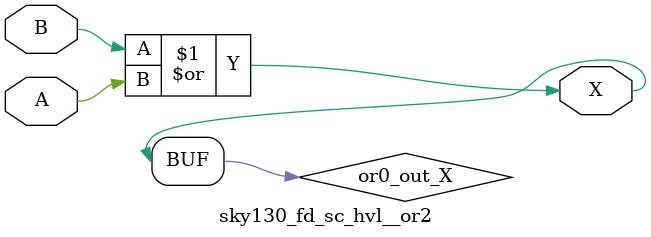
<source format=v>
module sky130_fd_sc_hvl__or2 (
    X,
    A,
    B
);
    output X;
    input  A;
    input  B;
    wire or0_out_X;
    or  or0  (or0_out_X, B, A           );
    buf buf0 (X        , or0_out_X      );
endmodule
</source>
